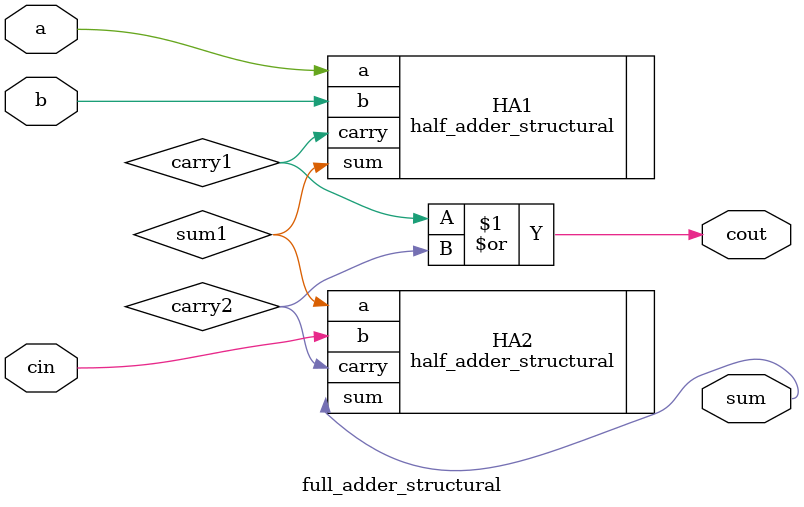
<source format=v>
module full_adder_structural(
    input a, 
    input b, 
    input cin, 
    output sum, 
    output cout
);

    wire sum1; 
    wire carry1;
    wire carry2; 

    half_adder_structural HA1(
        .a(a), 
        .b(b), 
        .sum(sum1), 
        .carry(carry1)
    );

    half_adder_structural HA2(
        .a(sum1),
        .b(cin), 
        .sum(sum),
        .carry(carry2)
    );

    or (cout, carry1, carry2);
endmodule
</source>
